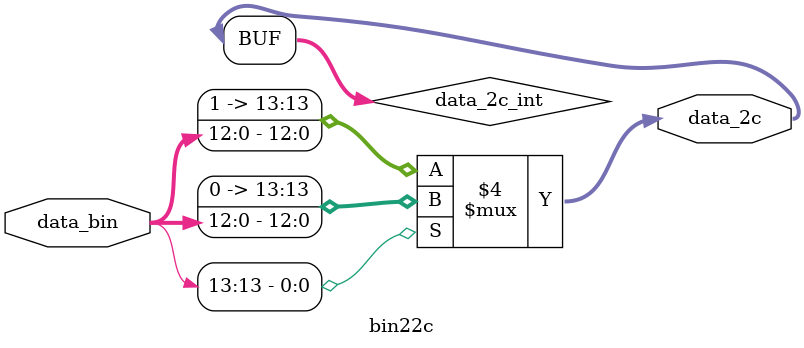
<source format=v>
`timescale 1ns / 1ps


module bin22c #(parameter DATAWIDTH=14) 
                ( input [DATAWIDTH-1:0] data_bin,
                  output [DATAWIDTH-1:0] data_2c
    );

reg [DATAWIDTH-1:0] data_2c_int=0;
always @ *
begin
    if (data_bin[DATAWIDTH-1])
        data_2c_int={1'b0,data_bin[DATAWIDTH-2:0]};
    else
        data_2c_int={1'b1,data_bin[DATAWIDTH-2:0]};
end

assign data_2c=data_2c_int;
endmodule

</source>
